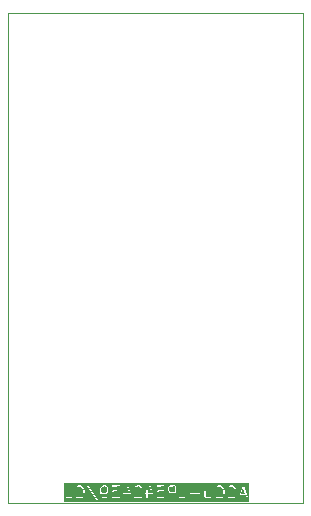
<source format=gbr>
%TF.GenerationSoftware,KiCad,Pcbnew,8.0.3*%
%TF.CreationDate,2024-09-21T17:28:31+02:00*%
%TF.ProjectId,SynchGaze_Transmiter,53796e63-6847-4617-9a65-5f5472616e73,1.0*%
%TF.SameCoordinates,Original*%
%TF.FileFunction,Legend,Bot*%
%TF.FilePolarity,Positive*%
%FSLAX46Y46*%
G04 Gerber Fmt 4.6, Leading zero omitted, Abs format (unit mm)*
G04 Created by KiCad (PCBNEW 8.0.3) date 2024-09-21 17:28:31*
%MOMM*%
%LPD*%
G01*
G04 APERTURE LIST*
%ADD10C,0.100000*%
G04 APERTURE END LIST*
D10*
G36*
X147872356Y-91691304D02*
G01*
X147872549Y-91691593D01*
X147911230Y-91727014D01*
X147953229Y-91805012D01*
X147956398Y-92019198D01*
X147920456Y-92096879D01*
X147920167Y-92097073D01*
X147884747Y-92135754D01*
X147806709Y-92177774D01*
X147639921Y-92180802D01*
X147562500Y-92144980D01*
X147562307Y-92144691D01*
X147523625Y-92109271D01*
X147480274Y-92028761D01*
X147478265Y-91817500D01*
X147514399Y-91739404D01*
X147514688Y-91739212D01*
X147550109Y-91700530D01*
X147628145Y-91658510D01*
X147794935Y-91655482D01*
X147872356Y-91691304D01*
G37*
G36*
X159650787Y-92273416D02*
G01*
X159308189Y-92276048D01*
X159477902Y-91760826D01*
X159650787Y-92273416D01*
G37*
G36*
X153669199Y-92082886D02*
G01*
X153354882Y-92085876D01*
X153276786Y-92049742D01*
X153276593Y-92049453D01*
X153237911Y-92014033D01*
X153195858Y-91935933D01*
X153193050Y-91816421D01*
X153228685Y-91739404D01*
X153228974Y-91739212D01*
X153264395Y-91700530D01*
X153342334Y-91658563D01*
X153667602Y-91655469D01*
X153669199Y-92082886D01*
G37*
G36*
X159973651Y-93006875D02*
G01*
X144322028Y-93006875D01*
X144322028Y-92589485D01*
X144433139Y-92589485D01*
X144433139Y-92627753D01*
X144460199Y-92654813D01*
X144479333Y-92658619D01*
X144974657Y-92654813D01*
X145001717Y-92627753D01*
X145005523Y-92608619D01*
X145002073Y-91684723D01*
X145337901Y-91684723D01*
X145337901Y-91722991D01*
X145364961Y-91750051D01*
X145403229Y-91750051D01*
X145419450Y-91739212D01*
X145454178Y-91701287D01*
X145573700Y-91658445D01*
X145574571Y-91658619D01*
X145653870Y-91655980D01*
X145653998Y-91656053D01*
X145781221Y-91695314D01*
X145862990Y-91773135D01*
X145863183Y-91773837D01*
X145906823Y-91854883D01*
X145907016Y-91858841D01*
X145953917Y-92033291D01*
X145953142Y-92037190D01*
X145956138Y-92164736D01*
X145954635Y-92167920D01*
X145913851Y-92344232D01*
X145910801Y-92348163D01*
X145872837Y-92430213D01*
X145872549Y-92430406D01*
X145791619Y-92515442D01*
X145670678Y-92558791D01*
X145669809Y-92558619D01*
X145590509Y-92561257D01*
X145590382Y-92561185D01*
X145462928Y-92521852D01*
X145403230Y-92467186D01*
X145364961Y-92467186D01*
X145337901Y-92494245D01*
X145337901Y-92532514D01*
X145348739Y-92548735D01*
X145395213Y-92591292D01*
X145398954Y-92598773D01*
X145410685Y-92605459D01*
X145412579Y-92607194D01*
X145413728Y-92607194D01*
X145415903Y-92608434D01*
X145550637Y-92650013D01*
X145555437Y-92654813D01*
X145574571Y-92658619D01*
X145660779Y-92655750D01*
X145666265Y-92658493D01*
X145685620Y-92656053D01*
X145821931Y-92607194D01*
X145831801Y-92607194D01*
X145843221Y-92599562D01*
X145845425Y-92598773D01*
X145845937Y-92597747D01*
X145848022Y-92596355D01*
X145934359Y-92505635D01*
X145940664Y-92503534D01*
X145952625Y-92488122D01*
X145992329Y-92402309D01*
X145995697Y-92400289D01*
X146004030Y-92382650D01*
X146045606Y-92202910D01*
X146049336Y-92199181D01*
X146053142Y-92180047D01*
X146050057Y-92048780D01*
X146052597Y-92044549D01*
X146051649Y-92025063D01*
X146003929Y-91847570D01*
X146005397Y-91843169D01*
X146000244Y-91824353D01*
X145954098Y-91738652D01*
X145954098Y-91732342D01*
X145943259Y-91716121D01*
X145849761Y-91627138D01*
X145845425Y-91618465D01*
X145833514Y-91611675D01*
X145831800Y-91610044D01*
X145830652Y-91610044D01*
X145828477Y-91608804D01*
X145705015Y-91570703D01*
X146239808Y-91570703D01*
X146247254Y-91588735D01*
X147118177Y-92888259D01*
X147155703Y-92895764D01*
X147187544Y-92874536D01*
X147195049Y-92837011D01*
X147187602Y-92818979D01*
X146504089Y-91799095D01*
X147381714Y-91799095D01*
X147383952Y-92034397D01*
X147381840Y-92040735D01*
X147384090Y-92048954D01*
X147385221Y-92167751D01*
X147382259Y-92172688D01*
X147383207Y-92192174D01*
X147431768Y-92372801D01*
X147430284Y-92380226D01*
X147437730Y-92398258D01*
X147528377Y-92528522D01*
X147528377Y-92532514D01*
X147539215Y-92548735D01*
X147582674Y-92588530D01*
X147584417Y-92593760D01*
X147599829Y-92605721D01*
X147691718Y-92648237D01*
X147698294Y-92654813D01*
X147711687Y-92657477D01*
X147713883Y-92658493D01*
X147714971Y-92658130D01*
X147717428Y-92658619D01*
X147927038Y-92654813D01*
X147954098Y-92627753D01*
X147954098Y-92589485D01*
X147927038Y-92562425D01*
X147907904Y-92558619D01*
X147735159Y-92561755D01*
X147657739Y-92525933D01*
X147657546Y-92525645D01*
X147617578Y-92489046D01*
X147616174Y-92485645D01*
X147527856Y-92358727D01*
X147527840Y-92358396D01*
X147487245Y-92207403D01*
X147487436Y-92207578D01*
X147489179Y-92212807D01*
X147504591Y-92224768D01*
X147596480Y-92267284D01*
X147603056Y-92273860D01*
X147616449Y-92276524D01*
X147618645Y-92277540D01*
X147619733Y-92277177D01*
X147622190Y-92277666D01*
X147806546Y-92274318D01*
X147816211Y-92277540D01*
X147829495Y-92273901D01*
X147831800Y-92273860D01*
X147832611Y-92273048D01*
X147835027Y-92272387D01*
X147920727Y-92226241D01*
X147927038Y-92226241D01*
X147943259Y-92215402D01*
X147945595Y-92212850D01*
X147945676Y-92212807D01*
X147945699Y-92212737D01*
X147975633Y-92180047D01*
X148334095Y-92180047D01*
X148337523Y-92411778D01*
X148334221Y-92421687D01*
X148337867Y-92435001D01*
X148337901Y-92437276D01*
X148338712Y-92438087D01*
X148339374Y-92440503D01*
X148385520Y-92526203D01*
X148385520Y-92532514D01*
X148396358Y-92548735D01*
X148398911Y-92551073D01*
X148398954Y-92551152D01*
X148399022Y-92551174D01*
X148439817Y-92588530D01*
X148441560Y-92593760D01*
X148456972Y-92605721D01*
X148548861Y-92648237D01*
X148555437Y-92654813D01*
X148568830Y-92657477D01*
X148571026Y-92658493D01*
X148572114Y-92658130D01*
X148574571Y-92658619D01*
X148853750Y-92655133D01*
X148863830Y-92658493D01*
X148877164Y-92654841D01*
X148879419Y-92654813D01*
X148880230Y-92654001D01*
X148882646Y-92653340D01*
X148968346Y-92607194D01*
X148974658Y-92607194D01*
X148990879Y-92596355D01*
X148993216Y-92593802D01*
X148993295Y-92593760D01*
X148993317Y-92593691D01*
X149049336Y-92532514D01*
X149049336Y-92494245D01*
X149022276Y-92467186D01*
X148984007Y-92467186D01*
X148967786Y-92478025D01*
X148932365Y-92516707D01*
X148854392Y-92558692D01*
X148592742Y-92561959D01*
X148514882Y-92525933D01*
X148514689Y-92525645D01*
X148476006Y-92490222D01*
X148434007Y-92412223D01*
X148431698Y-92256151D01*
X149242663Y-92256151D01*
X149242663Y-92294419D01*
X149269723Y-92321479D01*
X149288857Y-92325285D01*
X149383838Y-92324718D01*
X149385520Y-92627753D01*
X149412580Y-92654813D01*
X149450848Y-92654813D01*
X149477908Y-92627753D01*
X149481714Y-92608619D01*
X149480135Y-92324144D01*
X149897354Y-92321656D01*
X149904360Y-92325159D01*
X149915187Y-92321549D01*
X149927038Y-92321479D01*
X149932857Y-92315659D01*
X149940664Y-92313057D01*
X149945868Y-92302649D01*
X149954098Y-92294419D01*
X149954098Y-92286189D01*
X149957778Y-92278829D01*
X149955338Y-92259473D01*
X149799353Y-91799095D01*
X150238857Y-91799095D01*
X150241725Y-91885303D01*
X150238983Y-91890789D01*
X150241423Y-91910144D01*
X150290282Y-92046455D01*
X150290282Y-92056324D01*
X150297912Y-92067743D01*
X150298703Y-92069949D01*
X150299729Y-92070462D01*
X150301121Y-92072545D01*
X150792382Y-92559307D01*
X150269723Y-92562425D01*
X150242663Y-92589485D01*
X150242663Y-92627753D01*
X150269723Y-92654813D01*
X150288857Y-92658619D01*
X150927038Y-92654813D01*
X150954098Y-92627753D01*
X150954098Y-92589485D01*
X150943259Y-92573264D01*
X150623215Y-92256151D01*
X151147425Y-92256151D01*
X151147425Y-92294419D01*
X151174485Y-92321479D01*
X151193619Y-92325285D01*
X151288600Y-92324718D01*
X151290282Y-92627753D01*
X151317342Y-92654813D01*
X151355610Y-92654813D01*
X151382670Y-92627753D01*
X151386476Y-92608619D01*
X151384897Y-92324144D01*
X151802116Y-92321656D01*
X151809122Y-92325159D01*
X151819949Y-92321549D01*
X151831800Y-92321479D01*
X151837619Y-92315659D01*
X151845426Y-92313057D01*
X151850630Y-92302649D01*
X151858860Y-92294419D01*
X151858860Y-92286189D01*
X151862540Y-92278829D01*
X151860100Y-92259473D01*
X151833189Y-92180047D01*
X152143619Y-92180047D01*
X152147047Y-92411778D01*
X152143745Y-92421687D01*
X152147391Y-92435001D01*
X152147425Y-92437276D01*
X152148236Y-92438087D01*
X152148898Y-92440503D01*
X152195044Y-92526203D01*
X152195044Y-92532514D01*
X152205882Y-92548735D01*
X152208435Y-92551073D01*
X152208478Y-92551152D01*
X152208546Y-92551174D01*
X152249341Y-92588530D01*
X152251084Y-92593760D01*
X152266496Y-92605721D01*
X152358385Y-92648237D01*
X152364961Y-92654813D01*
X152378354Y-92657477D01*
X152380550Y-92658493D01*
X152381638Y-92658130D01*
X152384095Y-92658619D01*
X152615826Y-92655190D01*
X152625735Y-92658493D01*
X152639049Y-92654846D01*
X152641324Y-92654813D01*
X152642135Y-92654001D01*
X152644551Y-92653340D01*
X152730251Y-92607194D01*
X152736563Y-92607194D01*
X152752784Y-92596355D01*
X152755121Y-92593802D01*
X152755200Y-92593760D01*
X152755222Y-92593691D01*
X152811241Y-92532514D01*
X152811241Y-92494245D01*
X152784181Y-92467186D01*
X152745912Y-92467186D01*
X152729691Y-92478025D01*
X152694270Y-92516707D01*
X152616271Y-92558706D01*
X152402086Y-92561875D01*
X152324406Y-92525933D01*
X152324213Y-92525645D01*
X152285530Y-92490222D01*
X152243531Y-92412223D01*
X152240362Y-92198037D01*
X152276304Y-92120356D01*
X152276593Y-92120164D01*
X152312014Y-92081482D01*
X152390012Y-92039483D01*
X152604199Y-92036314D01*
X152681880Y-92072256D01*
X152682073Y-92072545D01*
X152720954Y-92108148D01*
X152720986Y-92108444D01*
X152723714Y-92110676D01*
X152745912Y-92131003D01*
X152748557Y-92131003D01*
X152750604Y-92132678D01*
X152767354Y-92131003D01*
X152784181Y-92131003D01*
X152786050Y-92129133D01*
X152788683Y-92128870D01*
X152799343Y-92115840D01*
X152811241Y-92103943D01*
X152811241Y-92101299D01*
X152812916Y-92099252D01*
X152814799Y-92079834D01*
X152784555Y-91799095D01*
X153096000Y-91799095D01*
X153099221Y-91936209D01*
X153096126Y-91945497D01*
X153099750Y-91958732D01*
X153099806Y-91961086D01*
X153100617Y-91961897D01*
X153101279Y-91964313D01*
X153147425Y-92050013D01*
X153147425Y-92056324D01*
X153158264Y-92072545D01*
X153160815Y-92074881D01*
X153160859Y-92074962D01*
X153160928Y-92074985D01*
X153201722Y-92112340D01*
X153203465Y-92117569D01*
X153218877Y-92129530D01*
X153310766Y-92172046D01*
X153317342Y-92178622D01*
X153330735Y-92181286D01*
X153332931Y-92182302D01*
X153334019Y-92181939D01*
X153336476Y-92182428D01*
X153669559Y-92179259D01*
X153671234Y-92627753D01*
X153698294Y-92654813D01*
X153736562Y-92654813D01*
X153763622Y-92627753D01*
X153767428Y-92608619D01*
X153767357Y-92589485D01*
X154004568Y-92589485D01*
X154004568Y-92627753D01*
X154031628Y-92654813D01*
X154050762Y-92658619D01*
X154546086Y-92654813D01*
X154573146Y-92627753D01*
X154576952Y-92608619D01*
X154575458Y-92208532D01*
X154956949Y-92208532D01*
X154956949Y-92246800D01*
X154984009Y-92273860D01*
X155003143Y-92277666D01*
X155784181Y-92273860D01*
X155811241Y-92246800D01*
X155811241Y-92208532D01*
X155784181Y-92181472D01*
X155765047Y-92177666D01*
X154984009Y-92181472D01*
X154956949Y-92208532D01*
X154575458Y-92208532D01*
X154573217Y-91608619D01*
X156191238Y-91608619D01*
X156194923Y-92411008D01*
X156191364Y-92421687D01*
X156195033Y-92435087D01*
X156195044Y-92437276D01*
X156195855Y-92438087D01*
X156196517Y-92440503D01*
X156242663Y-92526203D01*
X156242663Y-92532514D01*
X156253501Y-92548735D01*
X156256054Y-92551073D01*
X156256097Y-92551152D01*
X156256165Y-92551174D01*
X156296960Y-92588530D01*
X156298703Y-92593760D01*
X156314115Y-92605721D01*
X156406004Y-92648237D01*
X156412580Y-92654813D01*
X156425973Y-92657477D01*
X156428169Y-92658493D01*
X156429257Y-92658130D01*
X156431714Y-92658619D01*
X156616070Y-92655271D01*
X156625735Y-92658493D01*
X156639019Y-92654854D01*
X156641324Y-92654813D01*
X156642135Y-92654001D01*
X156644551Y-92653340D01*
X156730251Y-92607194D01*
X156736563Y-92607194D01*
X156752784Y-92596355D01*
X156755121Y-92593802D01*
X156755200Y-92593760D01*
X156755222Y-92593691D01*
X156792577Y-92552895D01*
X156797807Y-92551153D01*
X156809768Y-92535741D01*
X156852284Y-92443851D01*
X156858860Y-92437276D01*
X156861524Y-92423882D01*
X156862540Y-92421687D01*
X156862177Y-92420598D01*
X156862666Y-92418142D01*
X156859297Y-91684723D01*
X157195044Y-91684723D01*
X157195044Y-91722991D01*
X157222104Y-91750051D01*
X157260372Y-91750051D01*
X157276593Y-91739212D01*
X157311321Y-91701287D01*
X157430843Y-91658445D01*
X157431714Y-91658619D01*
X157511013Y-91655980D01*
X157511141Y-91656053D01*
X157638364Y-91695314D01*
X157720133Y-91773135D01*
X157720326Y-91773837D01*
X157763966Y-91854883D01*
X157764159Y-91858841D01*
X157811060Y-92033291D01*
X157810285Y-92037190D01*
X157813281Y-92164736D01*
X157811778Y-92167920D01*
X157770994Y-92344232D01*
X157767944Y-92348163D01*
X157729980Y-92430213D01*
X157729692Y-92430406D01*
X157648762Y-92515442D01*
X157527821Y-92558791D01*
X157526952Y-92558619D01*
X157447652Y-92561257D01*
X157447525Y-92561185D01*
X157320071Y-92521852D01*
X157260373Y-92467186D01*
X157222104Y-92467186D01*
X157195044Y-92494245D01*
X157195044Y-92532514D01*
X157205882Y-92548735D01*
X157252356Y-92591292D01*
X157256097Y-92598773D01*
X157267828Y-92605459D01*
X157269722Y-92607194D01*
X157270871Y-92607194D01*
X157273046Y-92608434D01*
X157407780Y-92650013D01*
X157412580Y-92654813D01*
X157431714Y-92658619D01*
X157517922Y-92655750D01*
X157523408Y-92658493D01*
X157542763Y-92656053D01*
X157679074Y-92607194D01*
X157688944Y-92607194D01*
X157700364Y-92599562D01*
X157702568Y-92598773D01*
X157703080Y-92597747D01*
X157705165Y-92596355D01*
X157791502Y-92505635D01*
X157797807Y-92503534D01*
X157809768Y-92488122D01*
X157849472Y-92402309D01*
X157852840Y-92400289D01*
X157861173Y-92382650D01*
X157902749Y-92202910D01*
X157906479Y-92199181D01*
X157910285Y-92180047D01*
X157907200Y-92048780D01*
X157909740Y-92044549D01*
X157908792Y-92025063D01*
X157861072Y-91847570D01*
X157862540Y-91843169D01*
X157857387Y-91824353D01*
X157811241Y-91738652D01*
X157811241Y-91732342D01*
X157800402Y-91716121D01*
X157767411Y-91684723D01*
X158195044Y-91684723D01*
X158195044Y-91722991D01*
X158222104Y-91750051D01*
X158260372Y-91750051D01*
X158276593Y-91739212D01*
X158311321Y-91701287D01*
X158430843Y-91658445D01*
X158431714Y-91658619D01*
X158511013Y-91655980D01*
X158511141Y-91656053D01*
X158638364Y-91695314D01*
X158720133Y-91773135D01*
X158720326Y-91773837D01*
X158763966Y-91854883D01*
X158764159Y-91858841D01*
X158811060Y-92033291D01*
X158810285Y-92037190D01*
X158813281Y-92164736D01*
X158811778Y-92167920D01*
X158770994Y-92344232D01*
X158767944Y-92348163D01*
X158729980Y-92430213D01*
X158729692Y-92430406D01*
X158648762Y-92515442D01*
X158527821Y-92558791D01*
X158526952Y-92558619D01*
X158447652Y-92561257D01*
X158447525Y-92561185D01*
X158320071Y-92521852D01*
X158260373Y-92467186D01*
X158222104Y-92467186D01*
X158195044Y-92494245D01*
X158195044Y-92532514D01*
X158205882Y-92548735D01*
X158252356Y-92591292D01*
X158256097Y-92598773D01*
X158267828Y-92605459D01*
X158269722Y-92607194D01*
X158270871Y-92607194D01*
X158273046Y-92608434D01*
X158407780Y-92650013D01*
X158412580Y-92654813D01*
X158431714Y-92658619D01*
X158517922Y-92655750D01*
X158523408Y-92658493D01*
X158542763Y-92656053D01*
X158665211Y-92612163D01*
X159096126Y-92612163D01*
X159113240Y-92646392D01*
X159149544Y-92658493D01*
X159183773Y-92641379D01*
X159193434Y-92624430D01*
X159276374Y-92372634D01*
X159683197Y-92369508D01*
X159774893Y-92641378D01*
X159809122Y-92658493D01*
X159845426Y-92646391D01*
X159862540Y-92612163D01*
X159860100Y-92592807D01*
X159763622Y-92306757D01*
X159763622Y-92303770D01*
X159762101Y-92302249D01*
X159528096Y-91608445D01*
X159529207Y-91605075D01*
X159522302Y-91591265D01*
X159517106Y-91575859D01*
X159513763Y-91574187D01*
X159512093Y-91570847D01*
X159497056Y-91565834D01*
X159482877Y-91558745D01*
X159479332Y-91559926D01*
X159475789Y-91558745D01*
X159461615Y-91565832D01*
X159446573Y-91570846D01*
X159444901Y-91574189D01*
X159441560Y-91575860D01*
X159431899Y-91592808D01*
X159199019Y-92299794D01*
X159195044Y-92303770D01*
X159195044Y-92311863D01*
X159096126Y-92612163D01*
X158665211Y-92612163D01*
X158679074Y-92607194D01*
X158688944Y-92607194D01*
X158700364Y-92599562D01*
X158702568Y-92598773D01*
X158703080Y-92597747D01*
X158705165Y-92596355D01*
X158791502Y-92505635D01*
X158797807Y-92503534D01*
X158809768Y-92488122D01*
X158849472Y-92402309D01*
X158852840Y-92400289D01*
X158861173Y-92382650D01*
X158902749Y-92202910D01*
X158906479Y-92199181D01*
X158910285Y-92180047D01*
X158907200Y-92048780D01*
X158909740Y-92044549D01*
X158908792Y-92025063D01*
X158861072Y-91847570D01*
X158862540Y-91843169D01*
X158857387Y-91824353D01*
X158811241Y-91738652D01*
X158811241Y-91732342D01*
X158800402Y-91716121D01*
X158706904Y-91627138D01*
X158702568Y-91618465D01*
X158690657Y-91611675D01*
X158688943Y-91610044D01*
X158687795Y-91610044D01*
X158685620Y-91608804D01*
X158550885Y-91567224D01*
X158546086Y-91562425D01*
X158526952Y-91558619D01*
X158440743Y-91561487D01*
X158435258Y-91558745D01*
X158415902Y-91561185D01*
X158279591Y-91610044D01*
X158269722Y-91610044D01*
X158258302Y-91617674D01*
X158256097Y-91618465D01*
X158255583Y-91619491D01*
X158253501Y-91620883D01*
X158195044Y-91684723D01*
X157767411Y-91684723D01*
X157706904Y-91627138D01*
X157702568Y-91618465D01*
X157690657Y-91611675D01*
X157688943Y-91610044D01*
X157687795Y-91610044D01*
X157685620Y-91608804D01*
X157550885Y-91567224D01*
X157546086Y-91562425D01*
X157526952Y-91558619D01*
X157440743Y-91561487D01*
X157435258Y-91558745D01*
X157415902Y-91561185D01*
X157279591Y-91610044D01*
X157269722Y-91610044D01*
X157258302Y-91617674D01*
X157256097Y-91618465D01*
X157255583Y-91619491D01*
X157253501Y-91620883D01*
X157195044Y-91684723D01*
X156859297Y-91684723D01*
X156858860Y-91589485D01*
X156831800Y-91562425D01*
X156793532Y-91562425D01*
X156766472Y-91589485D01*
X156762666Y-91608619D01*
X156766297Y-92399339D01*
X156729980Y-92477831D01*
X156729691Y-92478025D01*
X156694270Y-92516707D01*
X156616233Y-92558727D01*
X156449445Y-92561755D01*
X156372025Y-92525933D01*
X156371832Y-92525645D01*
X156333149Y-92490222D01*
X156291211Y-92412337D01*
X156287432Y-91589485D01*
X156260372Y-91562425D01*
X156222104Y-91562425D01*
X156195044Y-91589485D01*
X156191238Y-91608619D01*
X154573217Y-91608619D01*
X154573146Y-91589485D01*
X154546086Y-91562425D01*
X154507818Y-91562425D01*
X154480758Y-91589485D01*
X154476952Y-91608619D01*
X154480501Y-92558975D01*
X154031628Y-92562425D01*
X154004568Y-92589485D01*
X153767357Y-92589485D01*
X153763622Y-91589485D01*
X153736562Y-91562425D01*
X153717428Y-91558619D01*
X153343231Y-91562178D01*
X153332931Y-91558745D01*
X153319571Y-91562403D01*
X153317342Y-91562425D01*
X153316530Y-91563236D01*
X153314115Y-91563898D01*
X153228414Y-91610044D01*
X153222103Y-91610044D01*
X153205882Y-91620883D01*
X153203545Y-91623434D01*
X153203465Y-91623478D01*
X153203441Y-91623548D01*
X153166087Y-91664342D01*
X153160859Y-91666085D01*
X153148897Y-91681497D01*
X153106381Y-91773385D01*
X153099806Y-91779961D01*
X153097141Y-91793354D01*
X153096126Y-91795550D01*
X153096488Y-91796638D01*
X153096000Y-91799095D01*
X152784555Y-91799095D01*
X152763622Y-91604782D01*
X152763622Y-91589485D01*
X152761775Y-91587638D01*
X152761489Y-91584983D01*
X152748459Y-91574322D01*
X152736562Y-91562425D01*
X152733069Y-91561730D01*
X152731871Y-91560750D01*
X152729389Y-91560998D01*
X152717428Y-91558619D01*
X152222104Y-91562425D01*
X152195044Y-91589485D01*
X152195044Y-91627753D01*
X152222104Y-91654813D01*
X152241238Y-91658619D01*
X152672169Y-91655307D01*
X152706850Y-91977228D01*
X152647899Y-91949952D01*
X152641324Y-91943377D01*
X152627930Y-91940712D01*
X152625735Y-91939697D01*
X152624646Y-91940059D01*
X152622190Y-91939571D01*
X152390457Y-91942999D01*
X152380550Y-91939697D01*
X152367235Y-91943343D01*
X152364961Y-91943377D01*
X152364149Y-91944188D01*
X152361734Y-91944850D01*
X152276033Y-91990996D01*
X152269722Y-91990996D01*
X152253501Y-92001835D01*
X152251164Y-92004386D01*
X152251084Y-92004430D01*
X152251060Y-92004500D01*
X152213706Y-92045294D01*
X152208478Y-92047037D01*
X152196516Y-92062449D01*
X152154000Y-92154337D01*
X152147425Y-92160913D01*
X152144760Y-92174306D01*
X152143745Y-92176502D01*
X152144107Y-92177590D01*
X152143619Y-92180047D01*
X151833189Y-92180047D01*
X151612344Y-91528240D01*
X151578115Y-91511126D01*
X151541811Y-91523227D01*
X151524697Y-91557456D01*
X151527137Y-91576811D01*
X151746985Y-92225676D01*
X151384362Y-92227839D01*
X151382670Y-91922818D01*
X151355610Y-91895758D01*
X151317342Y-91895758D01*
X151290282Y-91922818D01*
X151286476Y-91941952D01*
X151288065Y-92228413D01*
X151174485Y-92229091D01*
X151147425Y-92256151D01*
X150623215Y-92256151D01*
X150382608Y-92017747D01*
X150338684Y-91895202D01*
X150338857Y-91894333D01*
X150336240Y-91815701D01*
X150371542Y-91739404D01*
X150371831Y-91739212D01*
X150407252Y-91700530D01*
X150485250Y-91658531D01*
X150699437Y-91655362D01*
X150777118Y-91691304D01*
X150777311Y-91691593D01*
X150841150Y-91750051D01*
X150879419Y-91750051D01*
X150906479Y-91722991D01*
X150906479Y-91684722D01*
X150895640Y-91668501D01*
X150852180Y-91628706D01*
X150850438Y-91623478D01*
X150835026Y-91611516D01*
X150743137Y-91569000D01*
X150736562Y-91562425D01*
X150723168Y-91559760D01*
X150720973Y-91558745D01*
X150719884Y-91559107D01*
X150717428Y-91558619D01*
X150485695Y-91562047D01*
X150475788Y-91558745D01*
X150462473Y-91562391D01*
X150460199Y-91562425D01*
X150459387Y-91563236D01*
X150456972Y-91563898D01*
X150371271Y-91610044D01*
X150364960Y-91610044D01*
X150348739Y-91620883D01*
X150346402Y-91623434D01*
X150346322Y-91623478D01*
X150346298Y-91623548D01*
X150308944Y-91664342D01*
X150303716Y-91666085D01*
X150291754Y-91681497D01*
X150249238Y-91773385D01*
X150242663Y-91779961D01*
X150239998Y-91793354D01*
X150238983Y-91795550D01*
X150239345Y-91796638D01*
X150238857Y-91799095D01*
X149799353Y-91799095D01*
X149707582Y-91528240D01*
X149673353Y-91511126D01*
X149637049Y-91523227D01*
X149619935Y-91557456D01*
X149622375Y-91576811D01*
X149842223Y-92225676D01*
X149479600Y-92227839D01*
X149477908Y-91922818D01*
X149450848Y-91895758D01*
X149412580Y-91895758D01*
X149385520Y-91922818D01*
X149381714Y-91941952D01*
X149383303Y-92228413D01*
X149269723Y-92229091D01*
X149242663Y-92256151D01*
X148431698Y-92256151D01*
X148430838Y-92198037D01*
X148466780Y-92120356D01*
X148467069Y-92120164D01*
X148502490Y-92081482D01*
X148580588Y-92039429D01*
X148721279Y-92036124D01*
X148733447Y-92036935D01*
X148734735Y-92035807D01*
X148736562Y-92035765D01*
X148749002Y-92023324D01*
X148762247Y-92011736D01*
X148762365Y-92009961D01*
X148763622Y-92008705D01*
X148763622Y-91991106D01*
X148764792Y-91973552D01*
X148763622Y-91971520D01*
X148763622Y-91970437D01*
X148762151Y-91968966D01*
X148755057Y-91956646D01*
X148489886Y-91657988D01*
X149022276Y-91654813D01*
X149049336Y-91627753D01*
X149049336Y-91589485D01*
X149022276Y-91562425D01*
X149003142Y-91558619D01*
X148383932Y-91562311D01*
X148368076Y-91561255D01*
X148366751Y-91562414D01*
X148364961Y-91562425D01*
X148352520Y-91574865D01*
X148339276Y-91586454D01*
X148339157Y-91588228D01*
X148337901Y-91589485D01*
X148337901Y-91607083D01*
X148336731Y-91624638D01*
X148337901Y-91626669D01*
X148337901Y-91627753D01*
X148339371Y-91629223D01*
X148346466Y-91641544D01*
X148613249Y-91942018D01*
X148580312Y-91942792D01*
X148571026Y-91939697D01*
X148557790Y-91943321D01*
X148555437Y-91943377D01*
X148554625Y-91944188D01*
X148552210Y-91944850D01*
X148466509Y-91990996D01*
X148460198Y-91990996D01*
X148443977Y-92001835D01*
X148441640Y-92004386D01*
X148441560Y-92004430D01*
X148441536Y-92004500D01*
X148404182Y-92045294D01*
X148398954Y-92047037D01*
X148386992Y-92062449D01*
X148344476Y-92154337D01*
X148337901Y-92160913D01*
X148335236Y-92174306D01*
X148334221Y-92176502D01*
X148334583Y-92177590D01*
X148334095Y-92180047D01*
X147975633Y-92180047D01*
X147983054Y-92171943D01*
X147988283Y-92170201D01*
X148000244Y-92154789D01*
X148042760Y-92062899D01*
X148049336Y-92056324D01*
X148052000Y-92042930D01*
X148053016Y-92040735D01*
X148052653Y-92039646D01*
X148053142Y-92037190D01*
X148049713Y-91805457D01*
X148053016Y-91795550D01*
X148049369Y-91782235D01*
X148049336Y-91779961D01*
X148048524Y-91779149D01*
X148047863Y-91776734D01*
X148001717Y-91691033D01*
X148001717Y-91684722D01*
X147990878Y-91668501D01*
X147988326Y-91666164D01*
X147988283Y-91666084D01*
X147988212Y-91666060D01*
X147947418Y-91628706D01*
X147945676Y-91623478D01*
X147930264Y-91611516D01*
X147838375Y-91569000D01*
X147831800Y-91562425D01*
X147818406Y-91559760D01*
X147816211Y-91558745D01*
X147815122Y-91559107D01*
X147812666Y-91558619D01*
X147628309Y-91561966D01*
X147618645Y-91558745D01*
X147605360Y-91562383D01*
X147603056Y-91562425D01*
X147602244Y-91563236D01*
X147599829Y-91563898D01*
X147514128Y-91610044D01*
X147507817Y-91610044D01*
X147491596Y-91620883D01*
X147489259Y-91623434D01*
X147489179Y-91623478D01*
X147489155Y-91623548D01*
X147451801Y-91664342D01*
X147446573Y-91666085D01*
X147434611Y-91681497D01*
X147392095Y-91773385D01*
X147385520Y-91779961D01*
X147382855Y-91793354D01*
X147381840Y-91795550D01*
X147382202Y-91796638D01*
X147381714Y-91799095D01*
X146504089Y-91799095D01*
X146316679Y-91519456D01*
X146279154Y-91511951D01*
X146247313Y-91533178D01*
X146239808Y-91570703D01*
X145705015Y-91570703D01*
X145693742Y-91567224D01*
X145688943Y-91562425D01*
X145669809Y-91558619D01*
X145583600Y-91561487D01*
X145578115Y-91558745D01*
X145558759Y-91561185D01*
X145422448Y-91610044D01*
X145412579Y-91610044D01*
X145401159Y-91617674D01*
X145398954Y-91618465D01*
X145398440Y-91619491D01*
X145396358Y-91620883D01*
X145337901Y-91684723D01*
X145002073Y-91684723D01*
X145001717Y-91589485D01*
X144974657Y-91562425D01*
X144936389Y-91562425D01*
X144909329Y-91589485D01*
X144905523Y-91608619D01*
X144909072Y-92558975D01*
X144460199Y-92562425D01*
X144433139Y-92589485D01*
X144322028Y-92589485D01*
X144322028Y-91400015D01*
X159973651Y-91400015D01*
X159973651Y-93006875D01*
G37*
%TO.C,ACCU-LP542439/CL*%
X139569800Y-93063800D02*
X164569800Y-93063800D01*
X164569800Y-51563800D01*
X139569800Y-51563800D01*
X139569800Y-93063800D01*
%TD*%
M02*

</source>
